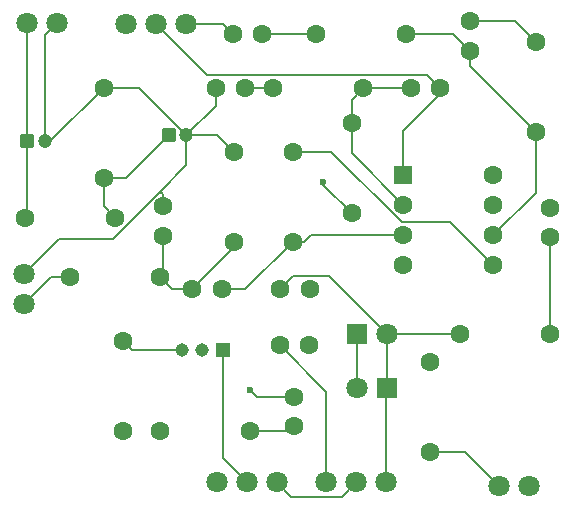
<source format=gbr>
%TF.GenerationSoftware,KiCad,Pcbnew,9.0.3*%
%TF.CreationDate,2025-07-26T23:45:00+02:00*%
%TF.ProjectId,bone_xl_distortion,626f6e65-5f78-46c5-9f64-6973746f7274,v1.0.0*%
%TF.SameCoordinates,Original*%
%TF.FileFunction,Copper,L1,Top*%
%TF.FilePolarity,Positive*%
%FSLAX46Y46*%
G04 Gerber Fmt 4.6, Leading zero omitted, Abs format (unit mm)*
G04 Created by KiCad (PCBNEW 9.0.3) date 2025-07-26 23:45:00*
%MOMM*%
%LPD*%
G01*
G04 APERTURE LIST*
G04 Aperture macros list*
%AMRoundRect*
0 Rectangle with rounded corners*
0 $1 Rounding radius*
0 $2 $3 $4 $5 $6 $7 $8 $9 X,Y pos of 4 corners*
0 Add a 4 corners polygon primitive as box body*
4,1,4,$2,$3,$4,$5,$6,$7,$8,$9,$2,$3,0*
0 Add four circle primitives for the rounded corners*
1,1,$1+$1,$2,$3*
1,1,$1+$1,$4,$5*
1,1,$1+$1,$6,$7*
1,1,$1+$1,$8,$9*
0 Add four rect primitives between the rounded corners*
20,1,$1+$1,$2,$3,$4,$5,0*
20,1,$1+$1,$4,$5,$6,$7,0*
20,1,$1+$1,$6,$7,$8,$9,0*
20,1,$1+$1,$8,$9,$2,$3,0*%
G04 Aperture macros list end*
%TA.AperFunction,ComponentPad*%
%ADD10C,1.800000*%
%TD*%
%TA.AperFunction,ComponentPad*%
%ADD11C,1.600000*%
%TD*%
%TA.AperFunction,ComponentPad*%
%ADD12RoundRect,0.250000X-0.550000X-0.550000X0.550000X-0.550000X0.550000X0.550000X-0.550000X0.550000X0*%
%TD*%
%TA.AperFunction,ComponentPad*%
%ADD13R,1.143000X1.143000*%
%TD*%
%TA.AperFunction,ComponentPad*%
%ADD14C,1.143000*%
%TD*%
%TA.AperFunction,ComponentPad*%
%ADD15R,1.800000X1.800000*%
%TD*%
%TA.AperFunction,ComponentPad*%
%ADD16RoundRect,0.250000X-0.350000X-0.350000X0.350000X-0.350000X0.350000X0.350000X-0.350000X0.350000X0*%
%TD*%
%TA.AperFunction,ComponentPad*%
%ADD17C,1.200000*%
%TD*%
%TA.AperFunction,ViaPad*%
%ADD18C,0.600000*%
%TD*%
%TA.AperFunction,Conductor*%
%ADD19C,0.200000*%
%TD*%
G04 APERTURE END LIST*
D10*
%TO.P,Volume,1,1*%
%TO.N,GND*%
X168600000Y-111400000D03*
%TO.P,Volume,2,2*%
%TO.N,Net-(U2-D)*%
X171140000Y-111400000D03*
%TO.P,Volume,3,3*%
%TO.N,Net-(RV2-Pad2)*%
X173680000Y-111400000D03*
%TD*%
%TO.P,Audio out,S*%
%TO.N,Net-(J2-PadS)*%
X192504600Y-111682200D03*
%TO.P,Audio out,T*%
%TO.N,GND*%
X195044600Y-111682200D03*
%TD*%
D11*
%TO.P,C12,1*%
%TO.N,Net-(C12-Pad1)*%
X175150000Y-106650000D03*
%TO.P,C12,2*%
%TO.N,Net-(U2-G)*%
X175150000Y-104150000D03*
%TD*%
D12*
%TO.P,U1,1*%
%TO.N,Net-(C6-Pad2)*%
X184380000Y-85380000D03*
D11*
%TO.P,U1,2,-*%
%TO.N,Net-(U1A--)*%
X184380000Y-87920000D03*
%TO.P,U1,3,+*%
%TO.N,Net-(U1A-+)*%
X184380000Y-90460000D03*
%TO.P,U1,4,V-*%
%TO.N,GND*%
X184380000Y-93000000D03*
%TO.P,U1,5,+*%
%TO.N,/Vref*%
X192000000Y-93000000D03*
%TO.P,U1,6,-*%
%TO.N,Net-(U1B--)*%
X192000000Y-90460000D03*
%TO.P,U1,7*%
%TO.N,Net-(C8-Pad2)*%
X192000000Y-87920000D03*
%TO.P,U1,8,V+*%
%TO.N,VCC*%
X192000000Y-85380000D03*
%TD*%
%TO.P,R13,1*%
%TO.N,Net-(J2-PadS)*%
X186600000Y-108800000D03*
%TO.P,R13,2*%
%TO.N,Net-(C12-Pad1)*%
X186600000Y-101180000D03*
%TD*%
%TO.P,R4,1*%
%TO.N,Net-(C3-Pad1)*%
X170000000Y-91000000D03*
%TO.P,R4,2*%
%TO.N,GND*%
X170000000Y-83380000D03*
%TD*%
%TO.P,C8,1*%
%TO.N,Net-(U1B--)*%
X190000000Y-74850000D03*
%TO.P,C8,2*%
%TO.N,Net-(C8-Pad2)*%
X190000000Y-72350000D03*
%TD*%
%TO.P,R6,1*%
%TO.N,Net-(U1A--)*%
X180000000Y-81000000D03*
%TO.P,R6,2*%
%TO.N,Net-(R6-Pad2)*%
X180000000Y-88620000D03*
%TD*%
D13*
%TO.P,U2,1,D*%
%TO.N,Net-(U2-D)*%
X169100000Y-100200000D03*
D14*
%TO.P,U2,2,S*%
%TO.N,VCC*%
X167330000Y-100200000D03*
%TO.P,U2,3,G*%
%TO.N,Net-(U2-G)*%
X165600000Y-100200000D03*
%TD*%
D15*
%TO.P,D1,1,K*%
%TO.N,Net-(D1-K)*%
X183000000Y-103400000D03*
D10*
%TO.P,D1,2,A*%
%TO.N,GND*%
X180460000Y-103400000D03*
%TD*%
D11*
%TO.P,R2,1*%
%TO.N,/Vref*%
X159000000Y-85620000D03*
%TO.P,R2,2*%
%TO.N,GND*%
X159000000Y-78000000D03*
%TD*%
%TO.P,C5,1*%
%TO.N,Net-(C5-Pad1)*%
X171000000Y-78000000D03*
%TO.P,C5,2*%
%TO.N,GND*%
X168500000Y-78000000D03*
%TD*%
%TO.P,R5,1*%
%TO.N,Net-(U1A--)*%
X181000000Y-78000000D03*
%TO.P,R5,2*%
%TO.N,Net-(C5-Pad1)*%
X173380000Y-78000000D03*
%TD*%
D16*
%TO.P,C2,1*%
%TO.N,/Vref*%
X164500000Y-82000000D03*
D17*
%TO.P,C2,2*%
%TO.N,GND*%
X166000000Y-82000000D03*
%TD*%
D11*
%TO.P,R9,1*%
%TO.N,Net-(U1B--)*%
X195600000Y-81710000D03*
%TO.P,R9,2*%
%TO.N,Net-(C8-Pad2)*%
X195600000Y-74090000D03*
%TD*%
D10*
%TO.P,9V,1,+*%
%TO.N,VCC*%
X152500000Y-72500000D03*
%TO.P,9V,2,-*%
%TO.N,GND*%
X155040000Y-72500000D03*
%TD*%
D11*
%TO.P,C7,1*%
%TO.N,Net-(C7-Pad1)*%
X169950000Y-73400000D03*
%TO.P,C7,2*%
%TO.N,Net-(C7-Pad2)*%
X172450000Y-73400000D03*
%TD*%
D10*
%TO.P,Tone,1,1*%
%TO.N,Net-(C11-Pad1)*%
X177860000Y-111400000D03*
%TO.P,Tone,2,2*%
%TO.N,Net-(RV2-Pad2)*%
X180400000Y-111400000D03*
%TO.P,Tone,3,3*%
%TO.N,Net-(D1-K)*%
X182940000Y-111400000D03*
%TD*%
%TO.P,Gain,1,1*%
%TO.N,Net-(R6-Pad2)*%
X160920000Y-72575000D03*
%TO.P,Gain,2,2*%
%TO.N,Net-(C6-Pad2)*%
X163460000Y-72575000D03*
%TO.P,Gain,3,3*%
%TO.N,Net-(C7-Pad1)*%
X166000000Y-72575000D03*
%TD*%
D11*
%TO.P,R1,1*%
%TO.N,VCC*%
X152380000Y-89000000D03*
%TO.P,R1,2*%
%TO.N,/Vref*%
X160000000Y-89000000D03*
%TD*%
D15*
%TO.P,D2,1,K*%
%TO.N,GND*%
X180460000Y-98800000D03*
D10*
%TO.P,D2,2,A*%
%TO.N,Net-(D1-K)*%
X183000000Y-98800000D03*
%TD*%
D11*
%TO.P,R10,1*%
%TO.N,Net-(C9-Pad2)*%
X196800000Y-98800000D03*
%TO.P,R10,2*%
%TO.N,Net-(D1-K)*%
X189180000Y-98800000D03*
%TD*%
%TO.P,C3,1*%
%TO.N,Net-(C3-Pad1)*%
X166500000Y-95000000D03*
%TO.P,C3,2*%
%TO.N,Net-(U1A-+)*%
X169000000Y-95000000D03*
%TD*%
%TO.P,C6,1*%
%TO.N,Net-(U1A--)*%
X185000000Y-78000000D03*
%TO.P,C6,2*%
%TO.N,Net-(C6-Pad2)*%
X187500000Y-78000000D03*
%TD*%
%TO.P,R7,1*%
%TO.N,Net-(C7-Pad2)*%
X176990000Y-73400000D03*
%TO.P,R7,2*%
%TO.N,Net-(U1B--)*%
X184610000Y-73400000D03*
%TD*%
D10*
%TO.P,Guitar in,S*%
%TO.N,Net-(J1-PadS)*%
X152282200Y-96295400D03*
%TO.P,Guitar in,T*%
%TO.N,GND*%
X152282200Y-93755400D03*
%TD*%
D11*
%TO.P,C10,1*%
%TO.N,Net-(D1-K)*%
X173950000Y-95000000D03*
%TO.P,C10,2*%
%TO.N,GND*%
X176450000Y-95000000D03*
%TD*%
D16*
%TO.P,C1,1*%
%TO.N,VCC*%
X152500000Y-82500000D03*
D17*
%TO.P,C1,2*%
%TO.N,GND*%
X154000000Y-82500000D03*
%TD*%
D11*
%TO.P,R11,1*%
%TO.N,Net-(U2-G)*%
X160600000Y-99400000D03*
%TO.P,R11,2*%
%TO.N,GND*%
X160600000Y-107020000D03*
%TD*%
%TO.P,R12,1*%
%TO.N,Net-(C12-Pad1)*%
X171420000Y-107000000D03*
%TO.P,R12,2*%
%TO.N,GND*%
X163800000Y-107000000D03*
%TD*%
%TO.P,C9,1*%
%TO.N,Net-(C8-Pad2)*%
X196800000Y-88150000D03*
%TO.P,C9,2*%
%TO.N,Net-(C9-Pad2)*%
X196800000Y-90650000D03*
%TD*%
%TO.P,R3,1*%
%TO.N,Net-(J1-PadS)*%
X156190000Y-94000000D03*
%TO.P,R3,2*%
%TO.N,Net-(C3-Pad1)*%
X163810000Y-94000000D03*
%TD*%
%TO.P,R8,1*%
%TO.N,/Vref*%
X175000000Y-83380000D03*
%TO.P,R8,2*%
%TO.N,Net-(U1A-+)*%
X175000000Y-91000000D03*
%TD*%
%TO.P,C11,1*%
%TO.N,Net-(C11-Pad1)*%
X173900000Y-99800000D03*
%TO.P,C11,2*%
%TO.N,GND*%
X176400000Y-99800000D03*
%TD*%
%TO.P,C4,1*%
%TO.N,Net-(C3-Pad1)*%
X164000000Y-90500000D03*
%TO.P,C4,2*%
%TO.N,GND*%
X164000000Y-88000000D03*
%TD*%
D18*
%TO.N,Net-(U2-G)*%
X171400000Y-103600000D03*
%TO.N,Net-(R6-Pad2)*%
X177600000Y-86000000D03*
%TD*%
D19*
%TO.N,VCC*%
X152500000Y-82500000D02*
X152500000Y-88880000D01*
X152500000Y-72500000D02*
X152500000Y-82500000D01*
X152500000Y-88880000D02*
X152380000Y-89000000D01*
%TO.N,GND*%
X164000000Y-87000000D02*
X163778525Y-86778525D01*
X166000000Y-82000000D02*
X168620000Y-82000000D01*
X166000000Y-84557050D02*
X166000000Y-82000000D01*
X152282200Y-93755400D02*
X155256850Y-90780750D01*
X163778525Y-86778525D02*
X166000000Y-84557050D01*
X168500000Y-79500000D02*
X166000000Y-82000000D01*
X159776300Y-90780750D02*
X163778525Y-86778525D01*
X180400000Y-98860000D02*
X180460000Y-98800000D01*
X180460000Y-103400000D02*
X180460000Y-98800000D01*
X164000000Y-88000000D02*
X164000000Y-87000000D01*
X154500000Y-82500000D02*
X154000000Y-82500000D01*
X168620000Y-82000000D02*
X170000000Y-83380000D01*
X176400000Y-95050000D02*
X176450000Y-95000000D01*
X154000000Y-82500000D02*
X154000000Y-73540000D01*
X166000000Y-82000000D02*
X162000000Y-78000000D01*
X159000000Y-78000000D02*
X154500000Y-82500000D01*
X155256850Y-90780750D02*
X159776300Y-90780750D01*
X168500000Y-78000000D02*
X168500000Y-79500000D01*
X162000000Y-78000000D02*
X159000000Y-78000000D01*
X154000000Y-73540000D02*
X155040000Y-72500000D01*
%TO.N,/Vref*%
X159000000Y-85620000D02*
X159000000Y-88000000D01*
X159000000Y-85620000D02*
X160880000Y-85620000D01*
X160880000Y-85620000D02*
X164500000Y-82000000D01*
X178282950Y-83380000D02*
X184261950Y-89359000D01*
X175000000Y-83380000D02*
X178282950Y-83380000D01*
X184261950Y-89359000D02*
X188359000Y-89359000D01*
X188359000Y-89359000D02*
X192000000Y-93000000D01*
X159000000Y-88000000D02*
X160000000Y-89000000D01*
%TO.N,Net-(U1A-+)*%
X175000000Y-91000000D02*
X176000000Y-91000000D01*
X176540000Y-90460000D02*
X184380000Y-90460000D01*
X176000000Y-91000000D02*
X176540000Y-90460000D01*
X171000000Y-95000000D02*
X175000000Y-91000000D01*
X169000000Y-95000000D02*
X171000000Y-95000000D01*
%TO.N,Net-(C3-Pad1)*%
X166500000Y-95000000D02*
X164810000Y-95000000D01*
X164000000Y-90500000D02*
X164000000Y-93810000D01*
X170000000Y-91000000D02*
X170000000Y-91500000D01*
X164000000Y-93810000D02*
X163810000Y-94000000D01*
X164810000Y-95000000D02*
X163810000Y-94000000D01*
X170000000Y-91500000D02*
X166500000Y-95000000D01*
%TO.N,Net-(C5-Pad1)*%
X171000000Y-78000000D02*
X173380000Y-78000000D01*
%TO.N,Net-(C6-Pad2)*%
X186399000Y-76899000D02*
X187500000Y-78000000D01*
X167784000Y-76899000D02*
X186399000Y-76899000D01*
X163460000Y-72575000D02*
X167784000Y-76899000D01*
X184380000Y-81620000D02*
X184380000Y-85380000D01*
X187500000Y-78000000D02*
X187500000Y-78500000D01*
X187500000Y-78500000D02*
X184380000Y-81620000D01*
%TO.N,Net-(U1A--)*%
X181000000Y-78000000D02*
X185000000Y-78000000D01*
X180000000Y-83540000D02*
X180000000Y-81000000D01*
X180000000Y-81000000D02*
X180000000Y-79000000D01*
X180000000Y-79000000D02*
X181000000Y-78000000D01*
X184380000Y-87920000D02*
X180000000Y-83540000D01*
%TO.N,Net-(C7-Pad2)*%
X172450000Y-73400000D02*
X176990000Y-73400000D01*
%TO.N,Net-(C7-Pad1)*%
X166000000Y-72575000D02*
X169125000Y-72575000D01*
X169125000Y-72575000D02*
X169950000Y-73400000D01*
%TO.N,Net-(C8-Pad2)*%
X190000000Y-72350000D02*
X193860000Y-72350000D01*
X193860000Y-72350000D02*
X195600000Y-74090000D01*
%TO.N,Net-(U1B--)*%
X188550000Y-73400000D02*
X190000000Y-74850000D01*
X195600000Y-86860000D02*
X192000000Y-90460000D01*
X195600000Y-81710000D02*
X195600000Y-86860000D01*
X190000000Y-74850000D02*
X190000000Y-76110000D01*
X184610000Y-73400000D02*
X188550000Y-73400000D01*
X190000000Y-76110000D02*
X195600000Y-81710000D01*
%TO.N,Net-(C9-Pad2)*%
X196800000Y-98800000D02*
X196800000Y-90650000D01*
%TO.N,Net-(D1-K)*%
X178099000Y-93899000D02*
X175051000Y-93899000D01*
X182940000Y-98860000D02*
X183000000Y-98800000D01*
X175051000Y-93899000D02*
X173950000Y-95000000D01*
X183000000Y-103400000D02*
X183000000Y-98800000D01*
X183000000Y-98800000D02*
X178099000Y-93899000D01*
X182940000Y-103460000D02*
X183000000Y-103400000D01*
X182940000Y-111400000D02*
X182940000Y-103460000D01*
X183000000Y-98800000D02*
X189180000Y-98800000D01*
%TO.N,Net-(C11-Pad1)*%
X177860000Y-111400000D02*
X177860000Y-103760000D01*
X177860000Y-103760000D02*
X173900000Y-99800000D01*
%TO.N,Net-(C12-Pad1)*%
X171420000Y-107000000D02*
X174800000Y-107000000D01*
X174800000Y-107000000D02*
X175150000Y-106650000D01*
%TO.N,Net-(U2-G)*%
X171950000Y-104150000D02*
X175150000Y-104150000D01*
X161399999Y-100199999D02*
X160600000Y-99400000D01*
X171400000Y-103600000D02*
X171950000Y-104150000D01*
X166060000Y-100200000D02*
X161399999Y-100199999D01*
%TO.N,Net-(J1-PadS)*%
X154577600Y-94000000D02*
X152282200Y-96295400D01*
X156190000Y-94000000D02*
X154577600Y-94000000D01*
%TO.N,Net-(J2-PadS)*%
X186600000Y-108800000D02*
X189622400Y-108800000D01*
X189622400Y-108800000D02*
X192504600Y-111682200D01*
%TO.N,Net-(R6-Pad2)*%
X177600000Y-86220000D02*
X180000000Y-88620000D01*
X177600000Y-86000000D02*
X177600000Y-86220000D01*
%TO.N,Net-(RV2-Pad2)*%
X173680000Y-111400000D02*
X174881000Y-112601000D01*
X179199000Y-112601000D02*
X180400000Y-111400000D01*
X174881000Y-112601000D02*
X179199000Y-112601000D01*
%TO.N,Net-(U2-D)*%
X171140000Y-111400000D02*
X169100000Y-109360000D01*
X169100000Y-109360000D02*
X169100000Y-100200000D01*
%TD*%
M02*

</source>
